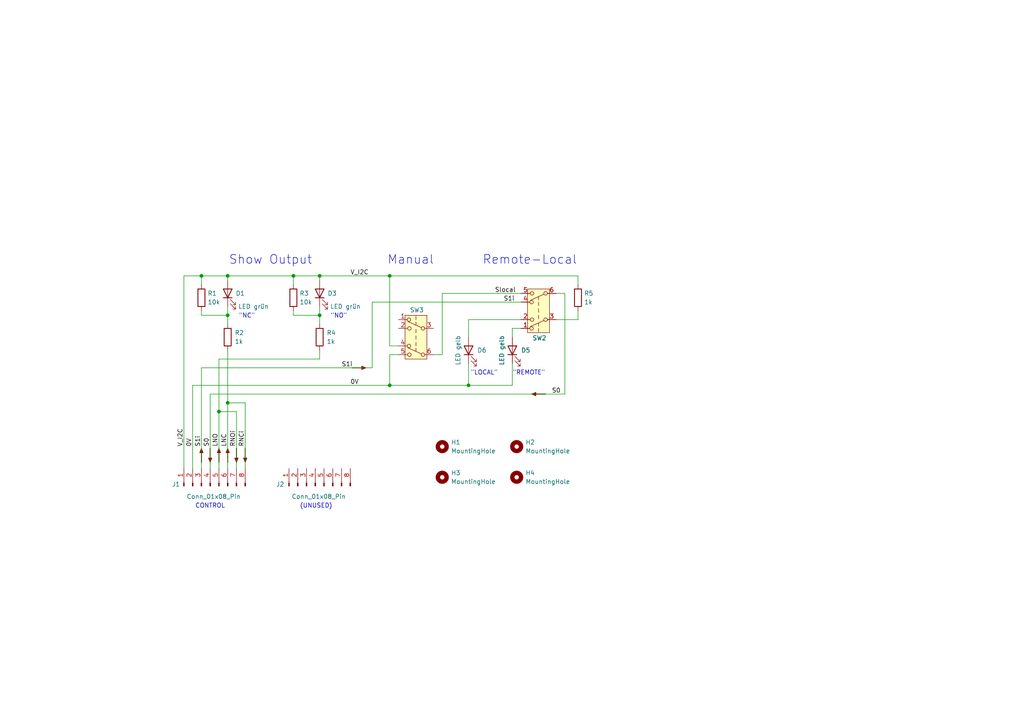
<source format=kicad_sch>
(kicad_sch (version 20231120) (generator "eeschema") (generator_version "8.0")
  (paper "A4")
  (title_block (date "2024-11-24"))
  (lib_symbols
    (symbol "Connector:Conn_01x08_Pin" (pin_names (offset 1.016) hide)
      (property "Reference" "J" (at 0 10.16 0))
      (property "Value" "Conn_01x08_Pin" (at 0 -12.7 0))
      (symbol "Conn_01x08_Pin_1_1"
        (polyline (pts (xy 1.27 -10.16) (xy 0.8636 -10.16)) (stroke (width 0.1524)))
        (polyline (pts (xy 1.27 -7.62) (xy 0.8636 -7.62)) (stroke (width 0.1524)))
        (polyline (pts (xy 1.27 -5.08) (xy 0.8636 -5.08)) (stroke (width 0.1524)))
        (polyline (pts (xy 1.27 -2.54) (xy 0.8636 -2.54)) (stroke (width 0.1524)))
        (polyline (pts (xy 1.27 0) (xy 0.8636 0)) (stroke (width 0.1524)))
        (polyline (pts (xy 1.27 2.54) (xy 0.8636 2.54)) (stroke (width 0.1524)))
        (polyline (pts (xy 1.27 5.08) (xy 0.8636 5.08)) (stroke (width 0.1524)))
        (polyline (pts (xy 1.27 7.62) (xy 0.8636 7.62)) (stroke (width 0.1524)))
        (rectangle (start 0.8636 -10.033) (end 0 -10.287) (stroke (width 0.1524)) (fill (type outline)))
        (rectangle (start 0.8636 -7.493) (end 0 -7.747) (stroke (width 0.1524)) (fill (type outline)))
        (rectangle (start 0.8636 -4.953) (end 0 -5.207) (stroke (width 0.1524)) (fill (type outline)))
        (rectangle (start 0.8636 -2.413) (end 0 -2.667) (stroke (width 0.1524)) (fill (type outline)))
        (rectangle (start 0.8636 0.127) (end 0 -0.127) (stroke (width 0.1524)) (fill (type outline)))
        (rectangle (start 0.8636 2.667) (end 0 2.413) (stroke (width 0.1524)) (fill (type outline)))
        (rectangle (start 0.8636 5.207) (end 0 4.953) (stroke (width 0.1524)) (fill (type outline)))
        (rectangle (start 0.8636 7.747) (end 0 7.493) (stroke (width 0.1524)) (fill (type outline)))
        (pin passive line (at 5.08 7.62 180) (length 3.81) (name "Pin_1") (number "1"))
        (pin passive line (at 5.08 5.08 180) (length 3.81) (name "Pin_2") (number "2"))
        (pin passive line (at 5.08 2.54 180) (length 3.81) (name "Pin_3") (number "3"))
        (pin passive line (at 5.08 0 180) (length 3.81) (name "Pin_4") (number "4"))
        (pin passive line (at 5.08 -2.54 180) (length 3.81) (name "Pin_5") (number "5"))
        (pin passive line (at 5.08 -5.08 180) (length 3.81) (name "Pin_6") (number "6"))
        (pin passive line (at 5.08 -7.62 180) (length 3.81) (name "Pin_7") (number "7"))
        (pin passive line (at 5.08 -10.16 180) (length 3.81) (name "Pin_8") (number "8"))
      )
    )
    (symbol "Device:LED" (pin_numbers hide) (pin_names (offset 1.016) hide)
      (property "Reference" "D" (at 0 2.54 0))
      (property "Value" "LED" (at 0 -2.54 0))
      (symbol "LED_0_1"
        (polyline (pts (xy -1.27 -1.27) (xy -1.27 1.27)) (stroke (width 0.254)))
        (polyline (pts (xy -1.27 0) (xy 1.27 0)))
        (polyline (pts (xy 1.27 -1.27) (xy 1.27 1.27) (xy -1.27 0) (xy 1.27 -1.27)) (stroke (width 0.254)))
        (polyline (pts (xy -3.048 -0.762) (xy -4.572 -2.286) (xy -3.81 -2.286) (xy -4.572 -2.286) (xy -4.572 -1.524)))
        (polyline (pts (xy -1.778 -0.762) (xy -3.302 -2.286) (xy -2.54 -2.286) (xy -3.302 -2.286) (xy -3.302 -1.524)))
      )
      (symbol "LED_1_1"
        (pin passive line (at -3.81 0 0) (length 2.54) (name "K") (number "1"))
        (pin passive line (at 3.81 0 180) (length 2.54) (name "A") (number "2"))
      )
    )
    (symbol "Device:R" (pin_numbers hide) (pin_names (offset 0))
      (property "Reference" "R" (at 2.032 0 90))
      (property "Value" "R" (at 0 0 90))
      (symbol "R_0_1"
        (rectangle (start -1.016 -2.54) (end 1.016 2.54) (stroke (width 0.254)))
      )
      (symbol "R_1_1"
        (pin passive line (at 0 3.81 270) (length 1.27) (name "~") (number "1"))
        (pin passive line (at 0 -3.81 90) (length 1.27) (name "~") (number "2"))
      )
    )
    (symbol "Graphic:SYM_Arrow_Small" (in_bom no) (on_board no)
      (symbol "SYM_Arrow_Small_0_1"
        (polyline (pts (xy 1.524 0) (xy -2.032 0)) (stroke (width 0.254)))
        (polyline (pts (xy 2.032 0) (xy 0.762 -0.508) (xy 0.762 0.508) (xy 2.032 0)) (fill (type outline)))
      )
    )
    (symbol "_kh_library:MountingHole" (pin_names (offset 1.016)) (exclude_from_sim yes) (in_bom no)
      (property "Reference" "H" (at 0 5.08 0))
      (property "Value" "MountingHole" (at 0 3.175 0))
      (symbol "MountingHole_0_1"
        (circle (center 0 0) (radius 1.27) (stroke (width 1.27)))
      )
    )
    (symbol "_kh_library:SW_Push_DPDT_8x8" (pin_names (offset 0) hide)
      (property "Reference" "SW" (at 0 10.16 0))
      (property "Value" "SW_Push_DPDT_8x8" (at -0.254 -5.08 0))
      (symbol "SW_Push_DPDT_8x8_0_0"
        (circle (center -2.032 -2.54) (radius 0.508))
        (circle (center -2.032 5.08) (radius 0.508))
        (circle (center 1.905 -2.54) (radius 0.508))
        (circle (center 1.905 5.08) (radius 0.508))
      )
      (symbol "SW_Push_DPDT_8x8_0_1"
        (polyline (pts (xy -1.524 -2.286) (xy 2.3368 -0.5588)))
        (polyline (pts (xy -1.524 5.334) (xy 2.3368 7.0612)))
        (polyline (pts (xy 0 -0.635) (xy 0 -1.524)))
        (polyline (pts (xy 0 0) (xy 0 1.016)))
        (polyline (pts (xy 0 1.905) (xy 0 2.921)))
        (polyline (pts (xy 0 6.985) (xy 0 6.096)))
        (circle (center 2.032 0) (radius 0.508))
        (circle (center 2.032 7.62) (radius 0.508))
      )
      (symbol "SW_Push_DPDT_8x8_1_1"
        (rectangle (start -3.175 8.89) (end 3.175 -3.81) (fill (type background)))
        (polyline (pts (xy 0 3.81) (xy 0 4.826)))
        (polyline (pts (xy 0 7.62) (xy 0 8.636)))
        (pin passive line (at 5.08 7.62 180) (length 2.54) (name "A") (number "1"))
        (pin passive line (at 5.08 5.08 180) (length 2.54) (name "B") (number "2"))
        (pin passive line (at -5.08 5.08 0) (length 2.54) (name "C") (number "3"))
        (pin passive line (at 5.08 0 180) (length 2.54) (name "A") (number "4"))
        (pin passive line (at 5.08 -2.54 180) (length 2.54) (name "B") (number "5"))
        (pin passive line (at -5.08 -2.54 0) (length 2.54) (name "C") (number "6"))
      )
    )
  )
  (junction (at 66.04 80.01))
  (junction (at 66.04 116.84))
  (junction (at 58.42 80.01))
  (junction (at 113.03 111.76))
  (junction (at 135.89 111.76))
  (junction (at 92.71 80.01))
  (junction (at 63.5 119.38))
  (junction (at 85.09 80.01))
  (junction (at 66.04 91.44))
  (junction (at 113.03 80.01))
  (junction (at 92.71 91.44))
  (wire (pts (xy 85.09 80.01) (xy 85.09 82.55)))
  (wire (pts (xy 128.27 85.09) (xy 128.27 102.87)))
  (wire (pts (xy 148.59 105.41) (xy 148.59 111.76)))
  (wire (pts (xy 163.83 85.09) (xy 163.83 114.3)))
  (wire (pts (xy 163.83 85.09) (xy 161.29 85.09)))
  (wire (pts (xy 85.09 90.17) (xy 85.09 91.44)))
  (wire (pts (xy 85.09 91.44) (xy 92.71 91.44)))
  (wire (pts (xy 60.96 135.89) (xy 60.96 114.3)))
  (wire (pts (xy 113.03 80.01) (xy 113.03 100.33)))
  (wire (pts (xy 55.88 111.76) (xy 113.03 111.76)))
  (wire (pts (xy 71.12 116.84) (xy 71.12 135.89)))
  (wire (pts (xy 115.57 100.33) (xy 113.03 100.33)))
  (wire (pts (xy 63.5 119.38) (xy 68.58 119.38)))
  (wire (pts (xy 68.58 119.38) (xy 68.58 135.89)))
  (wire (pts (xy 58.42 80.01) (xy 58.42 82.55)))
  (wire (pts (xy 63.5 135.89) (xy 63.5 119.38)))
  (wire (pts (xy 113.03 111.76) (xy 135.89 111.76)))
  (wire (pts (xy 66.04 91.44) (xy 66.04 93.98)))
  (wire (pts (xy 92.71 88.9) (xy 92.71 91.44)))
  (wire (pts (xy 92.71 91.44) (xy 92.71 93.98)))
  (wire (pts (xy 58.42 91.44) (xy 66.04 91.44)))
  (wire (pts (xy 66.04 116.84) (xy 66.04 135.89)))
  (wire (pts (xy 135.89 111.76) (xy 148.59 111.76)))
  (wire (pts (xy 115.57 102.87) (xy 113.03 102.87)))
  (wire (pts (xy 107.95 87.63) (xy 107.95 106.68)))
  (wire (pts (xy 55.88 111.76) (xy 55.88 135.89)))
  (wire (pts (xy 53.34 80.01) (xy 53.34 135.89)))
  (wire (pts (xy 167.64 80.01) (xy 167.64 82.55)))
  (wire (pts (xy 167.64 92.71) (xy 161.29 92.71)))
  (wire (pts (xy 66.04 101.6) (xy 66.04 116.84)))
  (wire (pts (xy 66.04 88.9) (xy 66.04 91.44)))
  (wire (pts (xy 135.89 92.71) (xy 135.89 97.79)))
  (wire (pts (xy 92.71 80.01) (xy 92.71 81.28)))
  (wire (pts (xy 92.71 80.01) (xy 85.09 80.01)))
  (wire (pts (xy 113.03 80.01) (xy 167.64 80.01)))
  (wire (pts (xy 58.42 135.89) (xy 58.42 106.68)))
  (wire (pts (xy 148.59 95.25) (xy 148.59 97.79)))
  (wire (pts (xy 63.5 104.14) (xy 92.71 104.14)))
  (wire (pts (xy 66.04 80.01) (xy 66.04 81.28)))
  (wire (pts (xy 151.13 95.25) (xy 148.59 95.25)))
  (wire (pts (xy 113.03 102.87) (xy 113.03 111.76)))
  (wire (pts (xy 66.04 116.84) (xy 71.12 116.84)))
  (wire (pts (xy 66.04 80.01) (xy 58.42 80.01)))
  (wire (pts (xy 92.71 80.01) (xy 113.03 80.01)))
  (wire (pts (xy 151.13 92.71) (xy 135.89 92.71)))
  (wire (pts (xy 125.73 102.87) (xy 128.27 102.87)))
  (wire (pts (xy 107.95 106.68) (xy 58.42 106.68)))
  (wire (pts (xy 92.71 104.14) (xy 92.71 101.6)))
  (wire (pts (xy 63.5 119.38) (xy 63.5 104.14)))
  (wire (pts (xy 60.96 114.3) (xy 163.83 114.3)))
  (wire (pts (xy 66.04 80.01) (xy 85.09 80.01)))
  (wire (pts (xy 151.13 85.09) (xy 128.27 85.09)))
  (wire (pts (xy 58.42 90.17) (xy 58.42 91.44)))
  (wire (pts (xy 53.34 80.01) (xy 58.42 80.01)))
  (wire (pts (xy 151.13 87.63) (xy 107.95 87.63)))
  (wire (pts (xy 167.64 90.17) (xy 167.64 92.71)))
  (wire (pts (xy 135.89 105.41) (xy 135.89 111.76)))
  (text "(UNUSED)" (at 91.694 146.812 0) (effects (font (size 1.27 1.27))))
  (text "\"LOCAL\"" (at 140.462 108.204 0) (effects (font (size 1.27 1.27))))
  (text "Manual" (at 119.126 75.438 0) (effects (font (size 2.54 2.54))))
  (text "\"REMOTE\"" (at 153.416 108.204 0) (effects (font (size 1.27 1.27))))
  (text "Remote-Local" (at 153.67 75.438 0) (effects (font (size 2.54 2.54))))
  (text "CONTROL" (at 60.96 146.812 0) (effects (font (size 1.27 1.27))))
  (text "Show Output" (at 78.486 75.438 0) (effects (font (size 2.54 2.54))))
  (text "\"NC\"" (at 71.628 91.694 0) (effects (font (size 1.27 1.27))))
  (text "\"NO\"" (at 98.298 91.694 0) (effects (font (size 1.27 1.27))))
  (label "S0" (at 160.02 114.3 0))
  (label "RNCi" (at 71.12 129.54 90))
  (label "S0" (at 60.96 129.54 90))
  (label "S1i" (at 146.05 87.63 0))
  (label "LNO" (at 63.5 129.54 90))
  (label "V_I2C" (at 101.6 80.01 0))
  (label "LNC" (at 66.04 129.54 90))
  (label "S1i" (at 99.06 106.68 0))
  (label "V_I2C" (at 53.34 129.54 90))
  (label "RNOi" (at 68.58 129.54 90))
  (label "Slocal" (at 143.51 85.09 0))
  (label "0V" (at 101.6 111.76 0))
  (label "S1i" (at 58.42 129.54 90))
  (label "0V" (at 55.88 129.54 90))
  (symbol (lib_id "Device:R") (at 58.42 86.36 0) (unit 1)
    (property "Reference" "R1" (at 60.198 85.09 0) (effects (justify left)))
    (property "Value" "10k" (at 60.198 87.63 0) (effects (justify left)))
    (property "Footprint" "Resistor_THT:R_Axial_DIN0204_L3.6mm_D1.6mm_P2.54mm_Vertical" (effects (hide yes)))
  )
  (symbol (lib_id "Graphic:SYM_Arrow_Small") (at 63.5 132.08 90) (unit 1) (exclude_from_sim yes) (in_bom no) (on_board no)
    (property "Reference" "#SYM1" (effects (hide yes)))
    (property "Value" "SYM_Arrow_Small" (effects (hide yes)))
    (property "Description" "Filled arrow, 160mil" (effects (hide yes)))
  )
  (symbol (lib_id "Device:LED") (at 92.71 85.09 90) (unit 1)
    (property "Reference" "D3" (at 94.996 85.09 90) (effects (justify right)))
    (property "Value" "LED grün" (at 95.758 88.9 90) (effects (justify right)))
    (property "Footprint" "LED_THT:LED_D3.0mm" (effects (hide yes)))
  )
  (symbol (lib_id "Graphic:SYM_Arrow_Small") (at 58.42 132.08 90) (unit 1) (exclude_from_sim yes) (in_bom no) (on_board no)
    (property "Reference" "#SYM7" (effects (hide yes)))
    (property "Value" "SYM_Arrow_Small" (effects (hide yes)))
    (property "Description" "Filled arrow, 160mil" (effects (hide yes)))
  )
  (symbol (lib_id "Device:R") (at 92.71 97.79 0) (unit 1)
    (property "Reference" "R4" (at 94.742 96.52 0) (effects (justify left)))
    (property "Value" "1k" (at 94.742 99.06 0) (effects (justify left)))
    (property "Footprint" "_kh_library:R_Axial_DIN0207_L6.3mm_D2.5mm_P15.24mm_Horizontal_kh" (effects (hide yes)))
  )
  (symbol (lib_id "_kh_library:SW_Push_DPDT_8x8") (at 156.21 87.63 180) (unit 1)
    (property "Reference" "SW2" (at 156.464 98.044 0))
    (property "Value" "SW_Push_DPDT_8x8" (effects (hide yes)))
    (property "Footprint" "_kh_library:SW_Push_DPDT_8x8" (effects (hide yes)))
    (property "Description" "Taster_2xUM" (effects (hide yes)))
  )
  (symbol (lib_id "_kh_library:MountingHole") (at 128.27 129.54 0) (unit 1) (exclude_from_sim yes) (in_bom no)
    (property "Reference" "H1" (at 130.81 128.2699 0) (effects (justify left)))
    (property "Value" "MountingHole" (at 130.81 130.8099 0) (effects (justify left)))
    (property "Footprint" "_kh_library:MountingHole_2.2mm_M2_Pad_TopBottom_kh" (effects (hide yes)))
    (property "Description" "Mounting Hole without connection" (effects (hide yes)))
  )
  (symbol (lib_id "Device:R") (at 66.04 97.79 0) (unit 1)
    (property "Reference" "R2" (at 68.072 96.52 0) (effects (justify left)))
    (property "Value" "1k" (at 68.072 99.06 0) (effects (justify left)))
    (property "Footprint" "_kh_library:R_Axial_DIN0207_L6.3mm_D2.5mm_P15.24mm_Horizontal_kh" (effects (hide yes)))
  )
  (symbol (lib_id "Device:LED") (at 66.04 85.09 90) (unit 1)
    (property "Reference" "D1" (at 68.326 85.09 90) (effects (justify right)))
    (property "Value" "LED grün" (at 69.088 88.9 90) (effects (justify right)))
    (property "Footprint" "LED_THT:LED_D3.0mm" (effects (hide yes)))
  )
  (symbol (lib_id "Graphic:SYM_Arrow_Small") (at 156.21 114.3 180) (unit 1) (exclude_from_sim yes) (in_bom no) (on_board no)
    (property "Reference" "#SYM6" (effects (hide yes)))
    (property "Value" "SYM_Arrow_Small" (effects (hide yes)))
    (property "Description" "Filled arrow, 160mil" (effects (hide yes)))
  )
  (symbol (lib_id "Graphic:SYM_Arrow_Small") (at 71.12 132.08 270) (unit 1) (exclude_from_sim yes) (in_bom no) (on_board no)
    (property "Reference" "#SYM3" (effects (hide yes)))
    (property "Value" "SYM_Arrow_Small" (effects (hide yes)))
    (property "Description" "Filled arrow, 160mil" (effects (hide yes)))
  )
  (symbol (lib_id "_kh_library:MountingHole") (at 128.27 138.43 0) (unit 1) (exclude_from_sim yes) (in_bom no)
    (property "Reference" "H3" (at 130.81 137.1599 0) (effects (justify left)))
    (property "Value" "MountingHole" (at 130.81 139.6999 0) (effects (justify left)))
    (property "Footprint" "_kh_library:MountingHole_2.2mm_M2_Pad_TopBottom_kh" (effects (hide yes)))
    (property "Description" "Mounting Hole without connection" (effects (hide yes)))
  )
  (symbol (lib_id "_kh_library:MountingHole") (at 149.86 129.54 0) (unit 1) (exclude_from_sim yes) (in_bom no)
    (property "Reference" "H2" (at 152.4 128.2699 0) (effects (justify left)))
    (property "Value" "MountingHole" (at 152.4 130.8099 0) (effects (justify left)))
    (property "Footprint" "_kh_library:MountingHole_2.2mm_M2_Pad_TopBottom_kh" (effects (hide yes)))
    (property "Description" "Mounting Hole without connection" (effects (hide yes)))
  )
  (symbol (lib_id "_kh_library:SW_Push_DPDT_8x8") (at 120.65 100.33 0) (mirror y) (unit 1)
    (property "Reference" "SW3" (at 120.904 89.916 0))
    (property "Value" "SW_Push_DPDT_8x8" (effects (hide yes)))
    (property "Footprint" "_kh_library:SW_Push_DPDT_8x8" (effects (hide yes)))
    (property "Description" "Taster_2xUM" (effects (hide yes)))
  )
  (symbol (lib_id "_kh_library:MountingHole") (at 149.86 138.43 0) (unit 1) (exclude_from_sim yes) (in_bom no)
    (property "Reference" "H4" (at 152.4 137.1599 0) (effects (justify left)))
    (property "Value" "MountingHole" (at 152.4 139.6999 0) (effects (justify left)))
    (property "Footprint" "_kh_library:MountingHole_2.2mm_M2_Pad_TopBottom_kh" (effects (hide yes)))
    (property "Description" "Mounting Hole without connection" (effects (hide yes)))
  )
  (symbol (lib_id "Connector:Conn_01x08_Pin") (at 91.44 140.97 90) (unit 1)
    (property "Reference" "J2" (at 81.28 140.462 90))
    (property "Value" "Conn_01x08_Pin" (at 92.456 144.018 90))
    (property "Footprint" "_kh_library:PinSocket_1x08_P2.54mm_Vertical_11mm_kh" (effects (hide yes)))
    (property "Description" "Generic connector, single row, 01x08, script generated" (effects (hide yes)))
  )
  (symbol (lib_id "Graphic:SYM_Arrow_Small") (at 68.58 132.08 270) (unit 1) (exclude_from_sim yes) (in_bom no) (on_board no)
    (property "Reference" "#SYM2" (effects (hide yes)))
    (property "Value" "SYM_Arrow_Small" (effects (hide yes)))
    (property "Description" "Filled arrow, 160mil" (effects (hide yes)))
  )
  (symbol (lib_id "Device:R") (at 167.64 86.36 0) (unit 1)
    (property "Reference" "R5" (at 169.418 85.09 0) (effects (justify left)))
    (property "Value" "1k" (at 169.418 87.63 0) (effects (justify left)))
    (property "Footprint" "Resistor_THT:R_Axial_DIN0204_L3.6mm_D1.6mm_P2.54mm_Vertical" (effects (hide yes)))
  )
  (symbol (lib_id "Graphic:SYM_Arrow_Small") (at 104.14 106.68 0) (unit 1) (exclude_from_sim yes) (in_bom no) (on_board no)
    (property "Reference" "#SYM5" (effects (hide yes)))
    (property "Value" "SYM_Arrow_Small" (effects (hide yes)))
    (property "Description" "Filled arrow, 160mil" (effects (hide yes)))
  )
  (symbol (lib_id "Graphic:SYM_Arrow_Small") (at 60.96 132.08 270) (unit 1) (exclude_from_sim yes) (in_bom no) (on_board no)
    (property "Reference" "#SYM10" (effects (hide yes)))
    (property "Value" "SYM_Arrow_Small" (effects (hide yes)))
    (property "Description" "Filled arrow, 160mil" (effects (hide yes)))
  )
  (symbol (lib_id "Device:LED") (at 148.59 101.6 90) (unit 1)
    (property "Reference" "D5" (at 151.13 101.6 90) (effects (justify right)))
    (property "Value" "LED gelb" (at 145.542 97.282 0) (effects (justify right)))
    (property "Footprint" "LED_THT:LED_D3.0mm" (effects (hide yes)))
  )
  (symbol (lib_id "Graphic:SYM_Arrow_Small") (at 66.04 132.08 90) (unit 1) (exclude_from_sim yes) (in_bom no) (on_board no)
    (property "Reference" "#SYM4" (effects (hide yes)))
    (property "Value" "SYM_Arrow_Small" (effects (hide yes)))
    (property "Description" "Filled arrow, 160mil" (effects (hide yes)))
  )
  (symbol (lib_id "Device:R") (at 85.09 86.36 0) (unit 1)
    (property "Reference" "R3" (at 86.868 85.09 0) (effects (justify left)))
    (property "Value" "10k" (at 86.868 87.63 0) (effects (justify left)))
    (property "Footprint" "Resistor_THT:R_Axial_DIN0204_L3.6mm_D1.6mm_P2.54mm_Vertical" (effects (hide yes)))
  )
  (symbol (lib_id "Device:LED") (at 135.89 101.6 90) (unit 1)
    (property "Reference" "D6" (at 138.43 101.6 90) (effects (justify right)))
    (property "Value" "LED gelb" (at 132.842 97.282 0) (effects (justify right)))
    (property "Footprint" "LED_THT:LED_D3.0mm" (effects (hide yes)))
  )
  (symbol (lib_id "Connector:Conn_01x08_Pin") (at 60.96 140.97 90) (unit 1)
    (property "Reference" "J1" (at 51.054 140.462 90))
    (property "Value" "Conn_01x08_Pin" (at 61.976 144.018 90))
    (property "Footprint" "_kh_library:PinSocket_1x08_P2.54mm_Vertical_11mm_kh" (effects (hide yes)))
    (property "Description" "Generic connector, single row, 01x08, script generated" (effects (hide yes)))
  )
)
</source>
